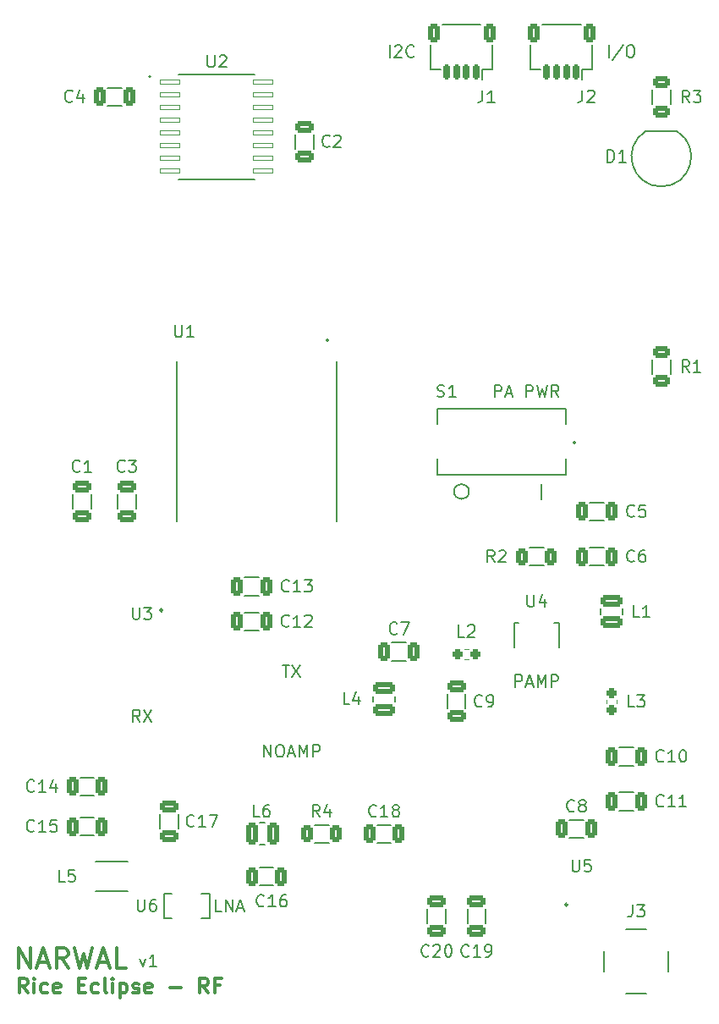
<source format=gto>
G04 #@! TF.GenerationSoftware,KiCad,Pcbnew,(6.0.7)*
G04 #@! TF.CreationDate,2022-12-13T13:41:41-06:00*
G04 #@! TF.ProjectId,Narwal_v1,4e617277-616c-45f7-9631-2e6b69636164,1*
G04 #@! TF.SameCoordinates,Original*
G04 #@! TF.FileFunction,Legend,Top*
G04 #@! TF.FilePolarity,Positive*
%FSLAX46Y46*%
G04 Gerber Fmt 4.6, Leading zero omitted, Abs format (unit mm)*
G04 Created by KiCad (PCBNEW (6.0.7)) date 2022-12-13 13:41:41*
%MOMM*%
%LPD*%
G01*
G04 APERTURE LIST*
G04 Aperture macros list*
%AMRoundRect*
0 Rectangle with rounded corners*
0 $1 Rounding radius*
0 $2 $3 $4 $5 $6 $7 $8 $9 X,Y pos of 4 corners*
0 Add a 4 corners polygon primitive as box body*
4,1,4,$2,$3,$4,$5,$6,$7,$8,$9,$2,$3,0*
0 Add four circle primitives for the rounded corners*
1,1,$1+$1,$2,$3*
1,1,$1+$1,$4,$5*
1,1,$1+$1,$6,$7*
1,1,$1+$1,$8,$9*
0 Add four rect primitives between the rounded corners*
20,1,$1+$1,$2,$3,$4,$5,0*
20,1,$1+$1,$4,$5,$6,$7,0*
20,1,$1+$1,$6,$7,$8,$9,0*
20,1,$1+$1,$8,$9,$2,$3,0*%
%AMFreePoly0*
4,1,11,0.965200,2.159000,0.965200,-0.254000,0.457200,-0.762000,0.457200,-2.667000,-0.457200,-2.667000,-0.457200,-0.762000,-0.965200,-0.254000,-0.965200,2.159000,-0.457200,2.667000,0.457200,2.667000,0.965200,2.159000,0.965200,2.159000,$1*%
G04 Aperture macros list end*
%ADD10C,0.200000*%
%ADD11C,0.300000*%
%ADD12C,0.180000*%
%ADD13C,0.215000*%
%ADD14C,0.120000*%
%ADD15C,0.010000*%
%ADD16RoundRect,0.250000X-0.312500X-0.625000X0.312500X-0.625000X0.312500X0.625000X-0.312500X0.625000X0*%
%ADD17R,1.800000X1.800000*%
%ADD18C,1.800000*%
%ADD19R,0.850000X0.250000*%
%ADD20R,0.250000X0.850000*%
%ADD21R,2.700000X2.700000*%
%ADD22RoundRect,0.237500X-0.237500X0.287500X-0.237500X-0.287500X0.237500X-0.287500X0.237500X0.287500X0*%
%ADD23RoundRect,0.237500X-0.287500X-0.237500X0.287500X-0.237500X0.287500X0.237500X-0.287500X0.237500X0*%
%ADD24RoundRect,0.250000X-0.850000X0.375000X-0.850000X-0.375000X0.850000X-0.375000X0.850000X0.375000X0*%
%ADD25C,5.000000*%
%ADD26RoundRect,0.250000X0.650000X-0.325000X0.650000X0.325000X-0.650000X0.325000X-0.650000X-0.325000X0*%
%ADD27RoundRect,0.250000X0.312500X0.625000X-0.312500X0.625000X-0.312500X-0.625000X0.312500X-0.625000X0*%
%ADD28R,2.775000X2.775000*%
%ADD29C,2.775000*%
%ADD30RoundRect,0.250000X-0.325000X-0.650000X0.325000X-0.650000X0.325000X0.650000X-0.325000X0.650000X0*%
%ADD31RoundRect,0.250000X0.350000X0.650000X-0.350000X0.650000X-0.350000X-0.650000X0.350000X-0.650000X0*%
%ADD32RoundRect,0.150000X0.150000X0.625000X-0.150000X0.625000X-0.150000X-0.625000X0.150000X-0.625000X0*%
%ADD33R,1.524000X1.524000*%
%ADD34C,1.524000*%
%ADD35RoundRect,0.250000X-0.650000X0.325000X-0.650000X-0.325000X0.650000X-0.325000X0.650000X0.325000X0*%
%ADD36R,0.610000X1.350000*%
%ADD37RoundRect,0.041300X-0.983700X-0.253700X0.983700X-0.253700X0.983700X0.253700X-0.983700X0.253700X0*%
%ADD38RoundRect,0.250000X-0.625000X0.312500X-0.625000X-0.312500X0.625000X-0.312500X0.625000X0.312500X0*%
%ADD39RoundRect,0.250000X0.325000X0.650000X-0.325000X0.650000X-0.325000X-0.650000X0.325000X-0.650000X0*%
%ADD40C,1.508000*%
%ADD41C,1.920000*%
%ADD42R,1.200000X2.800000*%
%ADD43RoundRect,0.250000X0.625000X-0.312500X0.625000X0.312500X-0.625000X0.312500X-0.625000X-0.312500X0*%
%ADD44RoundRect,0.250000X-0.375000X-0.850000X0.375000X-0.850000X0.375000X0.850000X-0.375000X0.850000X0*%
%ADD45R,0.711200X1.498600*%
%ADD46FreePoly0,180.000000*%
G04 APERTURE END LIST*
D10*
X132728571Y-124542857D02*
X132728571Y-123342857D01*
X133414285Y-124542857D01*
X133414285Y-123342857D01*
X134214285Y-123342857D02*
X134442857Y-123342857D01*
X134557142Y-123400000D01*
X134671428Y-123514285D01*
X134728571Y-123742857D01*
X134728571Y-124142857D01*
X134671428Y-124371428D01*
X134557142Y-124485714D01*
X134442857Y-124542857D01*
X134214285Y-124542857D01*
X134100000Y-124485714D01*
X133985714Y-124371428D01*
X133928571Y-124142857D01*
X133928571Y-123742857D01*
X133985714Y-123514285D01*
X134100000Y-123400000D01*
X134214285Y-123342857D01*
X135185714Y-124200000D02*
X135757142Y-124200000D01*
X135071428Y-124542857D02*
X135471428Y-123342857D01*
X135871428Y-124542857D01*
X136271428Y-124542857D02*
X136271428Y-123342857D01*
X136671428Y-124200000D01*
X137071428Y-123342857D01*
X137071428Y-124542857D01*
X137642857Y-124542857D02*
X137642857Y-123342857D01*
X138100000Y-123342857D01*
X138214285Y-123400000D01*
X138271428Y-123457142D01*
X138328571Y-123571428D01*
X138328571Y-123742857D01*
X138271428Y-123857142D01*
X138214285Y-123914285D01*
X138100000Y-123971428D01*
X137642857Y-123971428D01*
X120300000Y-121042857D02*
X119900000Y-120471428D01*
X119614285Y-121042857D02*
X119614285Y-119842857D01*
X120071428Y-119842857D01*
X120185714Y-119900000D01*
X120242857Y-119957142D01*
X120300000Y-120071428D01*
X120300000Y-120242857D01*
X120242857Y-120357142D01*
X120185714Y-120414285D01*
X120071428Y-120471428D01*
X119614285Y-120471428D01*
X120700000Y-119842857D02*
X121500000Y-121042857D01*
X121500000Y-119842857D02*
X120700000Y-121042857D01*
X134585714Y-115342857D02*
X135271428Y-115342857D01*
X134928571Y-116542857D02*
X134928571Y-115342857D01*
X135557142Y-115342857D02*
X136357142Y-116542857D01*
X136357142Y-115342857D02*
X135557142Y-116542857D01*
X155828571Y-88542857D02*
X155828571Y-87342857D01*
X156285714Y-87342857D01*
X156400000Y-87400000D01*
X156457142Y-87457142D01*
X156514285Y-87571428D01*
X156514285Y-87742857D01*
X156457142Y-87857142D01*
X156400000Y-87914285D01*
X156285714Y-87971428D01*
X155828571Y-87971428D01*
X156971428Y-88200000D02*
X157542857Y-88200000D01*
X156857142Y-88542857D02*
X157257142Y-87342857D01*
X157657142Y-88542857D01*
X158971428Y-88542857D02*
X158971428Y-87342857D01*
X159428571Y-87342857D01*
X159542857Y-87400000D01*
X159600000Y-87457142D01*
X159657142Y-87571428D01*
X159657142Y-87742857D01*
X159600000Y-87857142D01*
X159542857Y-87914285D01*
X159428571Y-87971428D01*
X158971428Y-87971428D01*
X160057142Y-87342857D02*
X160342857Y-88542857D01*
X160571428Y-87685714D01*
X160800000Y-88542857D01*
X161085714Y-87342857D01*
X162228571Y-88542857D02*
X161828571Y-87971428D01*
X161542857Y-88542857D02*
X161542857Y-87342857D01*
X162000000Y-87342857D01*
X162114285Y-87400000D01*
X162171428Y-87457142D01*
X162228571Y-87571428D01*
X162228571Y-87742857D01*
X162171428Y-87857142D01*
X162114285Y-87914285D01*
X162000000Y-87971428D01*
X161542857Y-87971428D01*
X128478571Y-140042857D02*
X127907142Y-140042857D01*
X127907142Y-138842857D01*
X128878571Y-140042857D02*
X128878571Y-138842857D01*
X129564285Y-140042857D01*
X129564285Y-138842857D01*
X130078571Y-139700000D02*
X130650000Y-139700000D01*
X129964285Y-140042857D02*
X130364285Y-138842857D01*
X130764285Y-140042857D01*
X157885714Y-117542857D02*
X157885714Y-116342857D01*
X158342857Y-116342857D01*
X158457142Y-116400000D01*
X158514285Y-116457142D01*
X158571428Y-116571428D01*
X158571428Y-116742857D01*
X158514285Y-116857142D01*
X158457142Y-116914285D01*
X158342857Y-116971428D01*
X157885714Y-116971428D01*
X159028571Y-117200000D02*
X159600000Y-117200000D01*
X158914285Y-117542857D02*
X159314285Y-116342857D01*
X159714285Y-117542857D01*
X160114285Y-117542857D02*
X160114285Y-116342857D01*
X160514285Y-117200000D01*
X160914285Y-116342857D01*
X160914285Y-117542857D01*
X161485714Y-117542857D02*
X161485714Y-116342857D01*
X161942857Y-116342857D01*
X162057142Y-116400000D01*
X162114285Y-116457142D01*
X162171428Y-116571428D01*
X162171428Y-116742857D01*
X162114285Y-116857142D01*
X162057142Y-116914285D01*
X161942857Y-116971428D01*
X161485714Y-116971428D01*
X160500000Y-97250000D02*
X160500000Y-98750000D01*
X153250000Y-98000000D02*
G75*
G03*
X153250000Y-98000000I-750000J0D01*
G01*
X120301428Y-144742857D02*
X120587142Y-145542857D01*
X120872857Y-144742857D01*
X121958571Y-145542857D02*
X121272857Y-145542857D01*
X121615714Y-145542857D02*
X121615714Y-144342857D01*
X121501428Y-144514285D01*
X121387142Y-144628571D01*
X121272857Y-144685714D01*
D11*
X108171190Y-145654761D02*
X108171190Y-143654761D01*
X109314047Y-145654761D01*
X109314047Y-143654761D01*
X110171190Y-145083333D02*
X111123571Y-145083333D01*
X109980714Y-145654761D02*
X110647380Y-143654761D01*
X111314047Y-145654761D01*
X113123571Y-145654761D02*
X112456904Y-144702380D01*
X111980714Y-145654761D02*
X111980714Y-143654761D01*
X112742619Y-143654761D01*
X112933095Y-143750000D01*
X113028333Y-143845238D01*
X113123571Y-144035714D01*
X113123571Y-144321428D01*
X113028333Y-144511904D01*
X112933095Y-144607142D01*
X112742619Y-144702380D01*
X111980714Y-144702380D01*
X113790238Y-143654761D02*
X114266428Y-145654761D01*
X114647380Y-144226190D01*
X115028333Y-145654761D01*
X115504523Y-143654761D01*
X116171190Y-145083333D02*
X117123571Y-145083333D01*
X115980714Y-145654761D02*
X116647380Y-143654761D01*
X117314047Y-145654761D01*
X118933095Y-145654761D02*
X117980714Y-145654761D01*
X117980714Y-143654761D01*
X109084285Y-148178571D02*
X108584285Y-147464285D01*
X108227142Y-148178571D02*
X108227142Y-146678571D01*
X108798571Y-146678571D01*
X108941428Y-146750000D01*
X109012857Y-146821428D01*
X109084285Y-146964285D01*
X109084285Y-147178571D01*
X109012857Y-147321428D01*
X108941428Y-147392857D01*
X108798571Y-147464285D01*
X108227142Y-147464285D01*
X109727142Y-148178571D02*
X109727142Y-147178571D01*
X109727142Y-146678571D02*
X109655714Y-146750000D01*
X109727142Y-146821428D01*
X109798571Y-146750000D01*
X109727142Y-146678571D01*
X109727142Y-146821428D01*
X111084285Y-148107142D02*
X110941428Y-148178571D01*
X110655714Y-148178571D01*
X110512857Y-148107142D01*
X110441428Y-148035714D01*
X110370000Y-147892857D01*
X110370000Y-147464285D01*
X110441428Y-147321428D01*
X110512857Y-147250000D01*
X110655714Y-147178571D01*
X110941428Y-147178571D01*
X111084285Y-147250000D01*
X112298571Y-148107142D02*
X112155714Y-148178571D01*
X111870000Y-148178571D01*
X111727142Y-148107142D01*
X111655714Y-147964285D01*
X111655714Y-147392857D01*
X111727142Y-147250000D01*
X111870000Y-147178571D01*
X112155714Y-147178571D01*
X112298571Y-147250000D01*
X112370000Y-147392857D01*
X112370000Y-147535714D01*
X111655714Y-147678571D01*
X114155714Y-147392857D02*
X114655714Y-147392857D01*
X114870000Y-148178571D02*
X114155714Y-148178571D01*
X114155714Y-146678571D01*
X114870000Y-146678571D01*
X116155714Y-148107142D02*
X116012857Y-148178571D01*
X115727142Y-148178571D01*
X115584285Y-148107142D01*
X115512857Y-148035714D01*
X115441428Y-147892857D01*
X115441428Y-147464285D01*
X115512857Y-147321428D01*
X115584285Y-147250000D01*
X115727142Y-147178571D01*
X116012857Y-147178571D01*
X116155714Y-147250000D01*
X117012857Y-148178571D02*
X116870000Y-148107142D01*
X116798571Y-147964285D01*
X116798571Y-146678571D01*
X117584285Y-148178571D02*
X117584285Y-147178571D01*
X117584285Y-146678571D02*
X117512857Y-146750000D01*
X117584285Y-146821428D01*
X117655714Y-146750000D01*
X117584285Y-146678571D01*
X117584285Y-146821428D01*
X118298571Y-147178571D02*
X118298571Y-148678571D01*
X118298571Y-147250000D02*
X118441428Y-147178571D01*
X118727142Y-147178571D01*
X118870000Y-147250000D01*
X118941428Y-147321428D01*
X119012857Y-147464285D01*
X119012857Y-147892857D01*
X118941428Y-148035714D01*
X118870000Y-148107142D01*
X118727142Y-148178571D01*
X118441428Y-148178571D01*
X118298571Y-148107142D01*
X119584285Y-148107142D02*
X119727142Y-148178571D01*
X120012857Y-148178571D01*
X120155714Y-148107142D01*
X120227142Y-147964285D01*
X120227142Y-147892857D01*
X120155714Y-147750000D01*
X120012857Y-147678571D01*
X119798571Y-147678571D01*
X119655714Y-147607142D01*
X119584285Y-147464285D01*
X119584285Y-147392857D01*
X119655714Y-147250000D01*
X119798571Y-147178571D01*
X120012857Y-147178571D01*
X120155714Y-147250000D01*
X121441428Y-148107142D02*
X121298571Y-148178571D01*
X121012857Y-148178571D01*
X120870000Y-148107142D01*
X120798571Y-147964285D01*
X120798571Y-147392857D01*
X120870000Y-147250000D01*
X121012857Y-147178571D01*
X121298571Y-147178571D01*
X121441428Y-147250000D01*
X121512857Y-147392857D01*
X121512857Y-147535714D01*
X120798571Y-147678571D01*
X123298571Y-147607142D02*
X124441428Y-147607142D01*
X127155714Y-148178571D02*
X126655714Y-147464285D01*
X126298571Y-148178571D02*
X126298571Y-146678571D01*
X126870000Y-146678571D01*
X127012857Y-146750000D01*
X127084285Y-146821428D01*
X127155714Y-146964285D01*
X127155714Y-147178571D01*
X127084285Y-147321428D01*
X127012857Y-147392857D01*
X126870000Y-147464285D01*
X126298571Y-147464285D01*
X128298571Y-147392857D02*
X127798571Y-147392857D01*
X127798571Y-148178571D02*
X127798571Y-146678571D01*
X128512857Y-146678571D01*
D10*
X138300000Y-130542857D02*
X137900000Y-129971428D01*
X137614285Y-130542857D02*
X137614285Y-129342857D01*
X138071428Y-129342857D01*
X138185714Y-129400000D01*
X138242857Y-129457142D01*
X138300000Y-129571428D01*
X138300000Y-129742857D01*
X138242857Y-129857142D01*
X138185714Y-129914285D01*
X138071428Y-129971428D01*
X137614285Y-129971428D01*
X139328571Y-129742857D02*
X139328571Y-130542857D01*
X139042857Y-129285714D02*
X138757142Y-130142857D01*
X139500000Y-130142857D01*
X167114285Y-65037857D02*
X167114285Y-63837857D01*
X167400000Y-63837857D01*
X167571428Y-63895000D01*
X167685714Y-64009285D01*
X167742857Y-64123571D01*
X167800000Y-64352142D01*
X167800000Y-64523571D01*
X167742857Y-64752142D01*
X167685714Y-64866428D01*
X167571428Y-64980714D01*
X167400000Y-65037857D01*
X167114285Y-65037857D01*
X168942857Y-65037857D02*
X168257142Y-65037857D01*
X168600000Y-65037857D02*
X168600000Y-63837857D01*
X168485714Y-64009285D01*
X168371428Y-64123571D01*
X168257142Y-64180714D01*
X119585714Y-109592857D02*
X119585714Y-110564285D01*
X119642857Y-110678571D01*
X119700000Y-110735714D01*
X119814285Y-110792857D01*
X120042857Y-110792857D01*
X120157142Y-110735714D01*
X120214285Y-110678571D01*
X120271428Y-110564285D01*
X120271428Y-109592857D01*
X120728571Y-109592857D02*
X121471428Y-109592857D01*
X121071428Y-110050000D01*
X121242857Y-110050000D01*
X121357142Y-110107142D01*
X121414285Y-110164285D01*
X121471428Y-110278571D01*
X121471428Y-110564285D01*
X121414285Y-110678571D01*
X121357142Y-110735714D01*
X121242857Y-110792857D01*
X120900000Y-110792857D01*
X120785714Y-110735714D01*
X120728571Y-110678571D01*
X163585714Y-134842857D02*
X163585714Y-135814285D01*
X163642857Y-135928571D01*
X163700000Y-135985714D01*
X163814285Y-136042857D01*
X164042857Y-136042857D01*
X164157142Y-135985714D01*
X164214285Y-135928571D01*
X164271428Y-135814285D01*
X164271428Y-134842857D01*
X165414285Y-134842857D02*
X164842857Y-134842857D01*
X164785714Y-135414285D01*
X164842857Y-135357142D01*
X164957142Y-135300000D01*
X165242857Y-135300000D01*
X165357142Y-135357142D01*
X165414285Y-135414285D01*
X165471428Y-135528571D01*
X165471428Y-135814285D01*
X165414285Y-135928571D01*
X165357142Y-135985714D01*
X165242857Y-136042857D01*
X164957142Y-136042857D01*
X164842857Y-135985714D01*
X164785714Y-135928571D01*
X169800000Y-119542857D02*
X169228571Y-119542857D01*
X169228571Y-118342857D01*
X170085714Y-118342857D02*
X170828571Y-118342857D01*
X170428571Y-118800000D01*
X170600000Y-118800000D01*
X170714285Y-118857142D01*
X170771428Y-118914285D01*
X170828571Y-119028571D01*
X170828571Y-119314285D01*
X170771428Y-119428571D01*
X170714285Y-119485714D01*
X170600000Y-119542857D01*
X170257142Y-119542857D01*
X170142857Y-119485714D01*
X170085714Y-119428571D01*
X152800000Y-112542857D02*
X152228571Y-112542857D01*
X152228571Y-111342857D01*
X153142857Y-111457142D02*
X153200000Y-111400000D01*
X153314285Y-111342857D01*
X153600000Y-111342857D01*
X153714285Y-111400000D01*
X153771428Y-111457142D01*
X153828571Y-111571428D01*
X153828571Y-111685714D01*
X153771428Y-111857142D01*
X153085714Y-112542857D01*
X153828571Y-112542857D01*
X141300000Y-119292857D02*
X140728571Y-119292857D01*
X140728571Y-118092857D01*
X142214285Y-118492857D02*
X142214285Y-119292857D01*
X141928571Y-118035714D02*
X141642857Y-118892857D01*
X142385714Y-118892857D01*
X125728571Y-131428571D02*
X125671428Y-131485714D01*
X125500000Y-131542857D01*
X125385714Y-131542857D01*
X125214285Y-131485714D01*
X125100000Y-131371428D01*
X125042857Y-131257142D01*
X124985714Y-131028571D01*
X124985714Y-130857142D01*
X125042857Y-130628571D01*
X125100000Y-130514285D01*
X125214285Y-130400000D01*
X125385714Y-130342857D01*
X125500000Y-130342857D01*
X125671428Y-130400000D01*
X125728571Y-130457142D01*
X126871428Y-131542857D02*
X126185714Y-131542857D01*
X126528571Y-131542857D02*
X126528571Y-130342857D01*
X126414285Y-130514285D01*
X126300000Y-130628571D01*
X126185714Y-130685714D01*
X127271428Y-130342857D02*
X128071428Y-130342857D01*
X127557142Y-131542857D01*
X155800000Y-105042857D02*
X155400000Y-104471428D01*
X155114285Y-105042857D02*
X155114285Y-103842857D01*
X155571428Y-103842857D01*
X155685714Y-103900000D01*
X155742857Y-103957142D01*
X155800000Y-104071428D01*
X155800000Y-104242857D01*
X155742857Y-104357142D01*
X155685714Y-104414285D01*
X155571428Y-104471428D01*
X155114285Y-104471428D01*
X156257142Y-103957142D02*
X156314285Y-103900000D01*
X156428571Y-103842857D01*
X156714285Y-103842857D01*
X156828571Y-103900000D01*
X156885714Y-103957142D01*
X156942857Y-104071428D01*
X156942857Y-104185714D01*
X156885714Y-104357142D01*
X156200000Y-105042857D01*
X156942857Y-105042857D01*
X150085714Y-88485714D02*
X150257142Y-88542857D01*
X150542857Y-88542857D01*
X150657142Y-88485714D01*
X150714285Y-88428571D01*
X150771428Y-88314285D01*
X150771428Y-88200000D01*
X150714285Y-88085714D01*
X150657142Y-88028571D01*
X150542857Y-87971428D01*
X150314285Y-87914285D01*
X150200000Y-87857142D01*
X150142857Y-87800000D01*
X150085714Y-87685714D01*
X150085714Y-87571428D01*
X150142857Y-87457142D01*
X150200000Y-87400000D01*
X150314285Y-87342857D01*
X150600000Y-87342857D01*
X150771428Y-87400000D01*
X151914285Y-88542857D02*
X151228571Y-88542857D01*
X151571428Y-88542857D02*
X151571428Y-87342857D01*
X151457142Y-87514285D01*
X151342857Y-87628571D01*
X151228571Y-87685714D01*
X172728571Y-124928571D02*
X172671428Y-124985714D01*
X172500000Y-125042857D01*
X172385714Y-125042857D01*
X172214285Y-124985714D01*
X172100000Y-124871428D01*
X172042857Y-124757142D01*
X171985714Y-124528571D01*
X171985714Y-124357142D01*
X172042857Y-124128571D01*
X172100000Y-124014285D01*
X172214285Y-123900000D01*
X172385714Y-123842857D01*
X172500000Y-123842857D01*
X172671428Y-123900000D01*
X172728571Y-123957142D01*
X173871428Y-125042857D02*
X173185714Y-125042857D01*
X173528571Y-125042857D02*
X173528571Y-123842857D01*
X173414285Y-124014285D01*
X173300000Y-124128571D01*
X173185714Y-124185714D01*
X174614285Y-123842857D02*
X174728571Y-123842857D01*
X174842857Y-123900000D01*
X174900000Y-123957142D01*
X174957142Y-124071428D01*
X175014285Y-124300000D01*
X175014285Y-124585714D01*
X174957142Y-124814285D01*
X174900000Y-124928571D01*
X174842857Y-124985714D01*
X174728571Y-125042857D01*
X174614285Y-125042857D01*
X174500000Y-124985714D01*
X174442857Y-124928571D01*
X174385714Y-124814285D01*
X174328571Y-124585714D01*
X174328571Y-124300000D01*
X174385714Y-124071428D01*
X174442857Y-123957142D01*
X174500000Y-123900000D01*
X174614285Y-123842857D01*
X112800000Y-137042857D02*
X112228571Y-137042857D01*
X112228571Y-135842857D01*
X113771428Y-135842857D02*
X113200000Y-135842857D01*
X113142857Y-136414285D01*
X113200000Y-136357142D01*
X113314285Y-136300000D01*
X113600000Y-136300000D01*
X113714285Y-136357142D01*
X113771428Y-136414285D01*
X113828571Y-136528571D01*
X113828571Y-136814285D01*
X113771428Y-136928571D01*
X113714285Y-136985714D01*
X113600000Y-137042857D01*
X113314285Y-137042857D01*
X113200000Y-136985714D01*
X113142857Y-136928571D01*
X164600000Y-57842857D02*
X164600000Y-58700000D01*
X164542857Y-58871428D01*
X164428571Y-58985714D01*
X164257142Y-59042857D01*
X164142857Y-59042857D01*
X165114285Y-57957142D02*
X165171428Y-57900000D01*
X165285714Y-57842857D01*
X165571428Y-57842857D01*
X165685714Y-57900000D01*
X165742857Y-57957142D01*
X165800000Y-58071428D01*
X165800000Y-58185714D01*
X165742857Y-58357142D01*
X165057142Y-59042857D01*
X165800000Y-59042857D01*
X167242857Y-54542857D02*
X167242857Y-53342857D01*
X168671428Y-53285714D02*
X167642857Y-54828571D01*
X169300000Y-53342857D02*
X169528571Y-53342857D01*
X169642857Y-53400000D01*
X169757142Y-53514285D01*
X169814285Y-53742857D01*
X169814285Y-54142857D01*
X169757142Y-54371428D01*
X169642857Y-54485714D01*
X169528571Y-54542857D01*
X169300000Y-54542857D01*
X169185714Y-54485714D01*
X169071428Y-54371428D01*
X169014285Y-54142857D01*
X169014285Y-53742857D01*
X169071428Y-53514285D01*
X169185714Y-53400000D01*
X169300000Y-53342857D01*
X170300000Y-110542857D02*
X169728571Y-110542857D01*
X169728571Y-109342857D01*
X171328571Y-110542857D02*
X170642857Y-110542857D01*
X170985714Y-110542857D02*
X170985714Y-109342857D01*
X170871428Y-109514285D01*
X170757142Y-109628571D01*
X170642857Y-109685714D01*
X153228571Y-144428571D02*
X153171428Y-144485714D01*
X153000000Y-144542857D01*
X152885714Y-144542857D01*
X152714285Y-144485714D01*
X152600000Y-144371428D01*
X152542857Y-144257142D01*
X152485714Y-144028571D01*
X152485714Y-143857142D01*
X152542857Y-143628571D01*
X152600000Y-143514285D01*
X152714285Y-143400000D01*
X152885714Y-143342857D01*
X153000000Y-143342857D01*
X153171428Y-143400000D01*
X153228571Y-143457142D01*
X154371428Y-144542857D02*
X153685714Y-144542857D01*
X154028571Y-144542857D02*
X154028571Y-143342857D01*
X153914285Y-143514285D01*
X153800000Y-143628571D01*
X153685714Y-143685714D01*
X154942857Y-144542857D02*
X155171428Y-144542857D01*
X155285714Y-144485714D01*
X155342857Y-144428571D01*
X155457142Y-144257142D01*
X155514285Y-144028571D01*
X155514285Y-143571428D01*
X155457142Y-143457142D01*
X155400000Y-143400000D01*
X155285714Y-143342857D01*
X155057142Y-143342857D01*
X154942857Y-143400000D01*
X154885714Y-143457142D01*
X154828571Y-143571428D01*
X154828571Y-143857142D01*
X154885714Y-143971428D01*
X154942857Y-144028571D01*
X155057142Y-144085714D01*
X155285714Y-144085714D01*
X155400000Y-144028571D01*
X155457142Y-143971428D01*
X155514285Y-143857142D01*
X159085714Y-108342857D02*
X159085714Y-109314285D01*
X159142857Y-109428571D01*
X159200000Y-109485714D01*
X159314285Y-109542857D01*
X159542857Y-109542857D01*
X159657142Y-109485714D01*
X159714285Y-109428571D01*
X159771428Y-109314285D01*
X159771428Y-108342857D01*
X160857142Y-108742857D02*
X160857142Y-109542857D01*
X160571428Y-108285714D02*
X160285714Y-109142857D01*
X161028571Y-109142857D01*
X149228571Y-144428571D02*
X149171428Y-144485714D01*
X149000000Y-144542857D01*
X148885714Y-144542857D01*
X148714285Y-144485714D01*
X148600000Y-144371428D01*
X148542857Y-144257142D01*
X148485714Y-144028571D01*
X148485714Y-143857142D01*
X148542857Y-143628571D01*
X148600000Y-143514285D01*
X148714285Y-143400000D01*
X148885714Y-143342857D01*
X149000000Y-143342857D01*
X149171428Y-143400000D01*
X149228571Y-143457142D01*
X149685714Y-143457142D02*
X149742857Y-143400000D01*
X149857142Y-143342857D01*
X150142857Y-143342857D01*
X150257142Y-143400000D01*
X150314285Y-143457142D01*
X150371428Y-143571428D01*
X150371428Y-143685714D01*
X150314285Y-143857142D01*
X149628571Y-144542857D01*
X150371428Y-144542857D01*
X151114285Y-143342857D02*
X151228571Y-143342857D01*
X151342857Y-143400000D01*
X151400000Y-143457142D01*
X151457142Y-143571428D01*
X151514285Y-143800000D01*
X151514285Y-144085714D01*
X151457142Y-144314285D01*
X151400000Y-144428571D01*
X151342857Y-144485714D01*
X151228571Y-144542857D01*
X151114285Y-144542857D01*
X151000000Y-144485714D01*
X150942857Y-144428571D01*
X150885714Y-144314285D01*
X150828571Y-144085714D01*
X150828571Y-143800000D01*
X150885714Y-143571428D01*
X150942857Y-143457142D01*
X151000000Y-143400000D01*
X151114285Y-143342857D01*
X135228571Y-107928571D02*
X135171428Y-107985714D01*
X135000000Y-108042857D01*
X134885714Y-108042857D01*
X134714285Y-107985714D01*
X134600000Y-107871428D01*
X134542857Y-107757142D01*
X134485714Y-107528571D01*
X134485714Y-107357142D01*
X134542857Y-107128571D01*
X134600000Y-107014285D01*
X134714285Y-106900000D01*
X134885714Y-106842857D01*
X135000000Y-106842857D01*
X135171428Y-106900000D01*
X135228571Y-106957142D01*
X136371428Y-108042857D02*
X135685714Y-108042857D01*
X136028571Y-108042857D02*
X136028571Y-106842857D01*
X135914285Y-107014285D01*
X135800000Y-107128571D01*
X135685714Y-107185714D01*
X136771428Y-106842857D02*
X137514285Y-106842857D01*
X137114285Y-107300000D01*
X137285714Y-107300000D01*
X137400000Y-107357142D01*
X137457142Y-107414285D01*
X137514285Y-107528571D01*
X137514285Y-107814285D01*
X137457142Y-107928571D01*
X137400000Y-107985714D01*
X137285714Y-108042857D01*
X136942857Y-108042857D01*
X136828571Y-107985714D01*
X136771428Y-107928571D01*
X118800000Y-95928571D02*
X118742857Y-95985714D01*
X118571428Y-96042857D01*
X118457142Y-96042857D01*
X118285714Y-95985714D01*
X118171428Y-95871428D01*
X118114285Y-95757142D01*
X118057142Y-95528571D01*
X118057142Y-95357142D01*
X118114285Y-95128571D01*
X118171428Y-95014285D01*
X118285714Y-94900000D01*
X118457142Y-94842857D01*
X118571428Y-94842857D01*
X118742857Y-94900000D01*
X118800000Y-94957142D01*
X119200000Y-94842857D02*
X119942857Y-94842857D01*
X119542857Y-95300000D01*
X119714285Y-95300000D01*
X119828571Y-95357142D01*
X119885714Y-95414285D01*
X119942857Y-95528571D01*
X119942857Y-95814285D01*
X119885714Y-95928571D01*
X119828571Y-95985714D01*
X119714285Y-96042857D01*
X119371428Y-96042857D01*
X119257142Y-95985714D01*
X119200000Y-95928571D01*
X135228571Y-111428571D02*
X135171428Y-111485714D01*
X135000000Y-111542857D01*
X134885714Y-111542857D01*
X134714285Y-111485714D01*
X134600000Y-111371428D01*
X134542857Y-111257142D01*
X134485714Y-111028571D01*
X134485714Y-110857142D01*
X134542857Y-110628571D01*
X134600000Y-110514285D01*
X134714285Y-110400000D01*
X134885714Y-110342857D01*
X135000000Y-110342857D01*
X135171428Y-110400000D01*
X135228571Y-110457142D01*
X136371428Y-111542857D02*
X135685714Y-111542857D01*
X136028571Y-111542857D02*
X136028571Y-110342857D01*
X135914285Y-110514285D01*
X135800000Y-110628571D01*
X135685714Y-110685714D01*
X136828571Y-110457142D02*
X136885714Y-110400000D01*
X137000000Y-110342857D01*
X137285714Y-110342857D01*
X137400000Y-110400000D01*
X137457142Y-110457142D01*
X137514285Y-110571428D01*
X137514285Y-110685714D01*
X137457142Y-110857142D01*
X136771428Y-111542857D01*
X137514285Y-111542857D01*
X113550000Y-58928571D02*
X113492857Y-58985714D01*
X113321428Y-59042857D01*
X113207142Y-59042857D01*
X113035714Y-58985714D01*
X112921428Y-58871428D01*
X112864285Y-58757142D01*
X112807142Y-58528571D01*
X112807142Y-58357142D01*
X112864285Y-58128571D01*
X112921428Y-58014285D01*
X113035714Y-57900000D01*
X113207142Y-57842857D01*
X113321428Y-57842857D01*
X113492857Y-57900000D01*
X113550000Y-57957142D01*
X114578571Y-58242857D02*
X114578571Y-59042857D01*
X114292857Y-57785714D02*
X114007142Y-58642857D01*
X114750000Y-58642857D01*
X127085714Y-54342857D02*
X127085714Y-55314285D01*
X127142857Y-55428571D01*
X127200000Y-55485714D01*
X127314285Y-55542857D01*
X127542857Y-55542857D01*
X127657142Y-55485714D01*
X127714285Y-55428571D01*
X127771428Y-55314285D01*
X127771428Y-54342857D01*
X128285714Y-54457142D02*
X128342857Y-54400000D01*
X128457142Y-54342857D01*
X128742857Y-54342857D01*
X128857142Y-54400000D01*
X128914285Y-54457142D01*
X128971428Y-54571428D01*
X128971428Y-54685714D01*
X128914285Y-54857142D01*
X128228571Y-55542857D01*
X128971428Y-55542857D01*
X143978571Y-130428571D02*
X143921428Y-130485714D01*
X143750000Y-130542857D01*
X143635714Y-130542857D01*
X143464285Y-130485714D01*
X143350000Y-130371428D01*
X143292857Y-130257142D01*
X143235714Y-130028571D01*
X143235714Y-129857142D01*
X143292857Y-129628571D01*
X143350000Y-129514285D01*
X143464285Y-129400000D01*
X143635714Y-129342857D01*
X143750000Y-129342857D01*
X143921428Y-129400000D01*
X143978571Y-129457142D01*
X145121428Y-130542857D02*
X144435714Y-130542857D01*
X144778571Y-130542857D02*
X144778571Y-129342857D01*
X144664285Y-129514285D01*
X144550000Y-129628571D01*
X144435714Y-129685714D01*
X145807142Y-129857142D02*
X145692857Y-129800000D01*
X145635714Y-129742857D01*
X145578571Y-129628571D01*
X145578571Y-129571428D01*
X145635714Y-129457142D01*
X145692857Y-129400000D01*
X145807142Y-129342857D01*
X146035714Y-129342857D01*
X146150000Y-129400000D01*
X146207142Y-129457142D01*
X146264285Y-129571428D01*
X146264285Y-129628571D01*
X146207142Y-129742857D01*
X146150000Y-129800000D01*
X146035714Y-129857142D01*
X145807142Y-129857142D01*
X145692857Y-129914285D01*
X145635714Y-129971428D01*
X145578571Y-130085714D01*
X145578571Y-130314285D01*
X145635714Y-130428571D01*
X145692857Y-130485714D01*
X145807142Y-130542857D01*
X146035714Y-130542857D01*
X146150000Y-130485714D01*
X146207142Y-130428571D01*
X146264285Y-130314285D01*
X146264285Y-130085714D01*
X146207142Y-129971428D01*
X146150000Y-129914285D01*
X146035714Y-129857142D01*
X146050000Y-112178571D02*
X145992857Y-112235714D01*
X145821428Y-112292857D01*
X145707142Y-112292857D01*
X145535714Y-112235714D01*
X145421428Y-112121428D01*
X145364285Y-112007142D01*
X145307142Y-111778571D01*
X145307142Y-111607142D01*
X145364285Y-111378571D01*
X145421428Y-111264285D01*
X145535714Y-111150000D01*
X145707142Y-111092857D01*
X145821428Y-111092857D01*
X145992857Y-111150000D01*
X146050000Y-111207142D01*
X146450000Y-111092857D02*
X147250000Y-111092857D01*
X146735714Y-112292857D01*
X175300000Y-86042857D02*
X174900000Y-85471428D01*
X174614285Y-86042857D02*
X174614285Y-84842857D01*
X175071428Y-84842857D01*
X175185714Y-84900000D01*
X175242857Y-84957142D01*
X175300000Y-85071428D01*
X175300000Y-85242857D01*
X175242857Y-85357142D01*
X175185714Y-85414285D01*
X175071428Y-85471428D01*
X174614285Y-85471428D01*
X176442857Y-86042857D02*
X175757142Y-86042857D01*
X176100000Y-86042857D02*
X176100000Y-84842857D01*
X175985714Y-85014285D01*
X175871428Y-85128571D01*
X175757142Y-85185714D01*
X139300000Y-63428571D02*
X139242857Y-63485714D01*
X139071428Y-63542857D01*
X138957142Y-63542857D01*
X138785714Y-63485714D01*
X138671428Y-63371428D01*
X138614285Y-63257142D01*
X138557142Y-63028571D01*
X138557142Y-62857142D01*
X138614285Y-62628571D01*
X138671428Y-62514285D01*
X138785714Y-62400000D01*
X138957142Y-62342857D01*
X139071428Y-62342857D01*
X139242857Y-62400000D01*
X139300000Y-62457142D01*
X139757142Y-62457142D02*
X139814285Y-62400000D01*
X139928571Y-62342857D01*
X140214285Y-62342857D01*
X140328571Y-62400000D01*
X140385714Y-62457142D01*
X140442857Y-62571428D01*
X140442857Y-62685714D01*
X140385714Y-62857142D01*
X139700000Y-63542857D01*
X140442857Y-63542857D01*
X132728571Y-139428571D02*
X132671428Y-139485714D01*
X132500000Y-139542857D01*
X132385714Y-139542857D01*
X132214285Y-139485714D01*
X132100000Y-139371428D01*
X132042857Y-139257142D01*
X131985714Y-139028571D01*
X131985714Y-138857142D01*
X132042857Y-138628571D01*
X132100000Y-138514285D01*
X132214285Y-138400000D01*
X132385714Y-138342857D01*
X132500000Y-138342857D01*
X132671428Y-138400000D01*
X132728571Y-138457142D01*
X133871428Y-139542857D02*
X133185714Y-139542857D01*
X133528571Y-139542857D02*
X133528571Y-138342857D01*
X133414285Y-138514285D01*
X133300000Y-138628571D01*
X133185714Y-138685714D01*
X134900000Y-138342857D02*
X134671428Y-138342857D01*
X134557142Y-138400000D01*
X134500000Y-138457142D01*
X134385714Y-138628571D01*
X134328571Y-138857142D01*
X134328571Y-139314285D01*
X134385714Y-139428571D01*
X134442857Y-139485714D01*
X134557142Y-139542857D01*
X134785714Y-139542857D01*
X134900000Y-139485714D01*
X134957142Y-139428571D01*
X135014285Y-139314285D01*
X135014285Y-139028571D01*
X134957142Y-138914285D01*
X134900000Y-138857142D01*
X134785714Y-138800000D01*
X134557142Y-138800000D01*
X134442857Y-138857142D01*
X134385714Y-138914285D01*
X134328571Y-139028571D01*
X109728571Y-127928571D02*
X109671428Y-127985714D01*
X109500000Y-128042857D01*
X109385714Y-128042857D01*
X109214285Y-127985714D01*
X109100000Y-127871428D01*
X109042857Y-127757142D01*
X108985714Y-127528571D01*
X108985714Y-127357142D01*
X109042857Y-127128571D01*
X109100000Y-127014285D01*
X109214285Y-126900000D01*
X109385714Y-126842857D01*
X109500000Y-126842857D01*
X109671428Y-126900000D01*
X109728571Y-126957142D01*
X110871428Y-128042857D02*
X110185714Y-128042857D01*
X110528571Y-128042857D02*
X110528571Y-126842857D01*
X110414285Y-127014285D01*
X110300000Y-127128571D01*
X110185714Y-127185714D01*
X111900000Y-127242857D02*
X111900000Y-128042857D01*
X111614285Y-126785714D02*
X111328571Y-127642857D01*
X112071428Y-127642857D01*
X169800000Y-100428571D02*
X169742857Y-100485714D01*
X169571428Y-100542857D01*
X169457142Y-100542857D01*
X169285714Y-100485714D01*
X169171428Y-100371428D01*
X169114285Y-100257142D01*
X169057142Y-100028571D01*
X169057142Y-99857142D01*
X169114285Y-99628571D01*
X169171428Y-99514285D01*
X169285714Y-99400000D01*
X169457142Y-99342857D01*
X169571428Y-99342857D01*
X169742857Y-99400000D01*
X169800000Y-99457142D01*
X170885714Y-99342857D02*
X170314285Y-99342857D01*
X170257142Y-99914285D01*
X170314285Y-99857142D01*
X170428571Y-99800000D01*
X170714285Y-99800000D01*
X170828571Y-99857142D01*
X170885714Y-99914285D01*
X170942857Y-100028571D01*
X170942857Y-100314285D01*
X170885714Y-100428571D01*
X170828571Y-100485714D01*
X170714285Y-100542857D01*
X170428571Y-100542857D01*
X170314285Y-100485714D01*
X170257142Y-100428571D01*
X169600000Y-139342857D02*
X169600000Y-140200000D01*
X169542857Y-140371428D01*
X169428571Y-140485714D01*
X169257142Y-140542857D01*
X169142857Y-140542857D01*
X170057142Y-139342857D02*
X170800000Y-139342857D01*
X170400000Y-139800000D01*
X170571428Y-139800000D01*
X170685714Y-139857142D01*
X170742857Y-139914285D01*
X170800000Y-140028571D01*
X170800000Y-140314285D01*
X170742857Y-140428571D01*
X170685714Y-140485714D01*
X170571428Y-140542857D01*
X170228571Y-140542857D01*
X170114285Y-140485714D01*
X170057142Y-140428571D01*
X114300000Y-95928571D02*
X114242857Y-95985714D01*
X114071428Y-96042857D01*
X113957142Y-96042857D01*
X113785714Y-95985714D01*
X113671428Y-95871428D01*
X113614285Y-95757142D01*
X113557142Y-95528571D01*
X113557142Y-95357142D01*
X113614285Y-95128571D01*
X113671428Y-95014285D01*
X113785714Y-94900000D01*
X113957142Y-94842857D01*
X114071428Y-94842857D01*
X114242857Y-94900000D01*
X114300000Y-94957142D01*
X115442857Y-96042857D02*
X114757142Y-96042857D01*
X115100000Y-96042857D02*
X115100000Y-94842857D01*
X114985714Y-95014285D01*
X114871428Y-95128571D01*
X114757142Y-95185714D01*
X123835714Y-81342857D02*
X123835714Y-82314285D01*
X123892857Y-82428571D01*
X123950000Y-82485714D01*
X124064285Y-82542857D01*
X124292857Y-82542857D01*
X124407142Y-82485714D01*
X124464285Y-82428571D01*
X124521428Y-82314285D01*
X124521428Y-81342857D01*
X125721428Y-82542857D02*
X125035714Y-82542857D01*
X125378571Y-82542857D02*
X125378571Y-81342857D01*
X125264285Y-81514285D01*
X125150000Y-81628571D01*
X125035714Y-81685714D01*
X163800000Y-129928571D02*
X163742857Y-129985714D01*
X163571428Y-130042857D01*
X163457142Y-130042857D01*
X163285714Y-129985714D01*
X163171428Y-129871428D01*
X163114285Y-129757142D01*
X163057142Y-129528571D01*
X163057142Y-129357142D01*
X163114285Y-129128571D01*
X163171428Y-129014285D01*
X163285714Y-128900000D01*
X163457142Y-128842857D01*
X163571428Y-128842857D01*
X163742857Y-128900000D01*
X163800000Y-128957142D01*
X164485714Y-129357142D02*
X164371428Y-129300000D01*
X164314285Y-129242857D01*
X164257142Y-129128571D01*
X164257142Y-129071428D01*
X164314285Y-128957142D01*
X164371428Y-128900000D01*
X164485714Y-128842857D01*
X164714285Y-128842857D01*
X164828571Y-128900000D01*
X164885714Y-128957142D01*
X164942857Y-129071428D01*
X164942857Y-129128571D01*
X164885714Y-129242857D01*
X164828571Y-129300000D01*
X164714285Y-129357142D01*
X164485714Y-129357142D01*
X164371428Y-129414285D01*
X164314285Y-129471428D01*
X164257142Y-129585714D01*
X164257142Y-129814285D01*
X164314285Y-129928571D01*
X164371428Y-129985714D01*
X164485714Y-130042857D01*
X164714285Y-130042857D01*
X164828571Y-129985714D01*
X164885714Y-129928571D01*
X164942857Y-129814285D01*
X164942857Y-129585714D01*
X164885714Y-129471428D01*
X164828571Y-129414285D01*
X164714285Y-129357142D01*
X175300000Y-59080357D02*
X174900000Y-58508928D01*
X174614285Y-59080357D02*
X174614285Y-57880357D01*
X175071428Y-57880357D01*
X175185714Y-57937500D01*
X175242857Y-57994642D01*
X175300000Y-58108928D01*
X175300000Y-58280357D01*
X175242857Y-58394642D01*
X175185714Y-58451785D01*
X175071428Y-58508928D01*
X174614285Y-58508928D01*
X175700000Y-57880357D02*
X176442857Y-57880357D01*
X176042857Y-58337500D01*
X176214285Y-58337500D01*
X176328571Y-58394642D01*
X176385714Y-58451785D01*
X176442857Y-58566071D01*
X176442857Y-58851785D01*
X176385714Y-58966071D01*
X176328571Y-59023214D01*
X176214285Y-59080357D01*
X175871428Y-59080357D01*
X175757142Y-59023214D01*
X175700000Y-58966071D01*
X132300000Y-130542857D02*
X131728571Y-130542857D01*
X131728571Y-129342857D01*
X133214285Y-129342857D02*
X132985714Y-129342857D01*
X132871428Y-129400000D01*
X132814285Y-129457142D01*
X132700000Y-129628571D01*
X132642857Y-129857142D01*
X132642857Y-130314285D01*
X132700000Y-130428571D01*
X132757142Y-130485714D01*
X132871428Y-130542857D01*
X133100000Y-130542857D01*
X133214285Y-130485714D01*
X133271428Y-130428571D01*
X133328571Y-130314285D01*
X133328571Y-130028571D01*
X133271428Y-129914285D01*
X133214285Y-129857142D01*
X133100000Y-129800000D01*
X132871428Y-129800000D01*
X132757142Y-129857142D01*
X132700000Y-129914285D01*
X132642857Y-130028571D01*
X154550000Y-119428571D02*
X154492857Y-119485714D01*
X154321428Y-119542857D01*
X154207142Y-119542857D01*
X154035714Y-119485714D01*
X153921428Y-119371428D01*
X153864285Y-119257142D01*
X153807142Y-119028571D01*
X153807142Y-118857142D01*
X153864285Y-118628571D01*
X153921428Y-118514285D01*
X154035714Y-118400000D01*
X154207142Y-118342857D01*
X154321428Y-118342857D01*
X154492857Y-118400000D01*
X154550000Y-118457142D01*
X155121428Y-119542857D02*
X155350000Y-119542857D01*
X155464285Y-119485714D01*
X155521428Y-119428571D01*
X155635714Y-119257142D01*
X155692857Y-119028571D01*
X155692857Y-118571428D01*
X155635714Y-118457142D01*
X155578571Y-118400000D01*
X155464285Y-118342857D01*
X155235714Y-118342857D01*
X155121428Y-118400000D01*
X155064285Y-118457142D01*
X155007142Y-118571428D01*
X155007142Y-118857142D01*
X155064285Y-118971428D01*
X155121428Y-119028571D01*
X155235714Y-119085714D01*
X155464285Y-119085714D01*
X155578571Y-119028571D01*
X155635714Y-118971428D01*
X155692857Y-118857142D01*
X109728571Y-131928571D02*
X109671428Y-131985714D01*
X109500000Y-132042857D01*
X109385714Y-132042857D01*
X109214285Y-131985714D01*
X109100000Y-131871428D01*
X109042857Y-131757142D01*
X108985714Y-131528571D01*
X108985714Y-131357142D01*
X109042857Y-131128571D01*
X109100000Y-131014285D01*
X109214285Y-130900000D01*
X109385714Y-130842857D01*
X109500000Y-130842857D01*
X109671428Y-130900000D01*
X109728571Y-130957142D01*
X110871428Y-132042857D02*
X110185714Y-132042857D01*
X110528571Y-132042857D02*
X110528571Y-130842857D01*
X110414285Y-131014285D01*
X110300000Y-131128571D01*
X110185714Y-131185714D01*
X111957142Y-130842857D02*
X111385714Y-130842857D01*
X111328571Y-131414285D01*
X111385714Y-131357142D01*
X111500000Y-131300000D01*
X111785714Y-131300000D01*
X111900000Y-131357142D01*
X111957142Y-131414285D01*
X112014285Y-131528571D01*
X112014285Y-131814285D01*
X111957142Y-131928571D01*
X111900000Y-131985714D01*
X111785714Y-132042857D01*
X111500000Y-132042857D01*
X111385714Y-131985714D01*
X111328571Y-131928571D01*
X169800000Y-104928571D02*
X169742857Y-104985714D01*
X169571428Y-105042857D01*
X169457142Y-105042857D01*
X169285714Y-104985714D01*
X169171428Y-104871428D01*
X169114285Y-104757142D01*
X169057142Y-104528571D01*
X169057142Y-104357142D01*
X169114285Y-104128571D01*
X169171428Y-104014285D01*
X169285714Y-103900000D01*
X169457142Y-103842857D01*
X169571428Y-103842857D01*
X169742857Y-103900000D01*
X169800000Y-103957142D01*
X170828571Y-103842857D02*
X170600000Y-103842857D01*
X170485714Y-103900000D01*
X170428571Y-103957142D01*
X170314285Y-104128571D01*
X170257142Y-104357142D01*
X170257142Y-104814285D01*
X170314285Y-104928571D01*
X170371428Y-104985714D01*
X170485714Y-105042857D01*
X170714285Y-105042857D01*
X170828571Y-104985714D01*
X170885714Y-104928571D01*
X170942857Y-104814285D01*
X170942857Y-104528571D01*
X170885714Y-104414285D01*
X170828571Y-104357142D01*
X170714285Y-104300000D01*
X170485714Y-104300000D01*
X170371428Y-104357142D01*
X170314285Y-104414285D01*
X170257142Y-104528571D01*
X172728571Y-129428571D02*
X172671428Y-129485714D01*
X172500000Y-129542857D01*
X172385714Y-129542857D01*
X172214285Y-129485714D01*
X172100000Y-129371428D01*
X172042857Y-129257142D01*
X171985714Y-129028571D01*
X171985714Y-128857142D01*
X172042857Y-128628571D01*
X172100000Y-128514285D01*
X172214285Y-128400000D01*
X172385714Y-128342857D01*
X172500000Y-128342857D01*
X172671428Y-128400000D01*
X172728571Y-128457142D01*
X173871428Y-129542857D02*
X173185714Y-129542857D01*
X173528571Y-129542857D02*
X173528571Y-128342857D01*
X173414285Y-128514285D01*
X173300000Y-128628571D01*
X173185714Y-128685714D01*
X175014285Y-129542857D02*
X174328571Y-129542857D01*
X174671428Y-129542857D02*
X174671428Y-128342857D01*
X174557142Y-128514285D01*
X174442857Y-128628571D01*
X174328571Y-128685714D01*
X120085714Y-138782657D02*
X120085714Y-139754085D01*
X120142857Y-139868371D01*
X120200000Y-139925514D01*
X120314285Y-139982657D01*
X120542857Y-139982657D01*
X120657142Y-139925514D01*
X120714285Y-139868371D01*
X120771428Y-139754085D01*
X120771428Y-138782657D01*
X121857142Y-138782657D02*
X121628571Y-138782657D01*
X121514285Y-138839800D01*
X121457142Y-138896942D01*
X121342857Y-139068371D01*
X121285714Y-139296942D01*
X121285714Y-139754085D01*
X121342857Y-139868371D01*
X121400000Y-139925514D01*
X121514285Y-139982657D01*
X121742857Y-139982657D01*
X121857142Y-139925514D01*
X121914285Y-139868371D01*
X121971428Y-139754085D01*
X121971428Y-139468371D01*
X121914285Y-139354085D01*
X121857142Y-139296942D01*
X121742857Y-139239800D01*
X121514285Y-139239800D01*
X121400000Y-139296942D01*
X121342857Y-139354085D01*
X121285714Y-139468371D01*
X154600000Y-57842857D02*
X154600000Y-58700000D01*
X154542857Y-58871428D01*
X154428571Y-58985714D01*
X154257142Y-59042857D01*
X154142857Y-59042857D01*
X155800000Y-59042857D02*
X155114285Y-59042857D01*
X155457142Y-59042857D02*
X155457142Y-57842857D01*
X155342857Y-58014285D01*
X155228571Y-58128571D01*
X155114285Y-58185714D01*
X145328571Y-54542857D02*
X145328571Y-53342857D01*
X145842857Y-53457142D02*
X145900000Y-53400000D01*
X146014285Y-53342857D01*
X146300000Y-53342857D01*
X146414285Y-53400000D01*
X146471428Y-53457142D01*
X146528571Y-53571428D01*
X146528571Y-53685714D01*
X146471428Y-53857142D01*
X145785714Y-54542857D01*
X146528571Y-54542857D01*
X147728571Y-54428571D02*
X147671428Y-54485714D01*
X147500000Y-54542857D01*
X147385714Y-54542857D01*
X147214285Y-54485714D01*
X147100000Y-54371428D01*
X147042857Y-54257142D01*
X146985714Y-54028571D01*
X146985714Y-53857142D01*
X147042857Y-53628571D01*
X147100000Y-53514285D01*
X147214285Y-53400000D01*
X147385714Y-53342857D01*
X147500000Y-53342857D01*
X147671428Y-53400000D01*
X147728571Y-53457142D01*
D12*
X137772936Y-133160000D02*
X139227064Y-133160000D01*
X137772936Y-131340000D02*
X139227064Y-131340000D01*
X174045000Y-61935000D02*
X170955000Y-61935000D01*
X170955170Y-61935000D02*
G75*
G03*
X172500462Y-67485000I1544830J-2560000D01*
G01*
X172499538Y-67485000D02*
G75*
G03*
X174044830Y-61935000I462J2990000D01*
G01*
D13*
X122567500Y-109865000D02*
G75*
G03*
X122567500Y-109865000I-107500J0D01*
G01*
X163107500Y-139345000D02*
G75*
G03*
X163107500Y-139345000I-107500J0D01*
G01*
D14*
X166990000Y-118828733D02*
X166990000Y-119171267D01*
X168010000Y-118828733D02*
X168010000Y-119171267D01*
X152828733Y-114760000D02*
X153171267Y-114760000D01*
X152828733Y-113740000D02*
X153171267Y-113740000D01*
D12*
X145860000Y-118488748D02*
X145860000Y-119011252D01*
X143640000Y-118488748D02*
X143640000Y-119011252D01*
X122340000Y-131711252D02*
X122340000Y-130288748D01*
X124160000Y-131711252D02*
X124160000Y-130288748D01*
X160727064Y-103590000D02*
X159272936Y-103590000D01*
X160727064Y-105410000D02*
X159272936Y-105410000D01*
X150075000Y-91250000D02*
X150075000Y-89700000D01*
X162925000Y-96300000D02*
X150075000Y-96300000D01*
X150075000Y-89700000D02*
X162925000Y-89700000D01*
X150075000Y-96300000D02*
X150075000Y-94750000D01*
X162925000Y-89700000D02*
X162925000Y-91250000D01*
X162925000Y-94750000D02*
X162925000Y-96300000D01*
X163900000Y-93100000D02*
G75*
G03*
X163900000Y-93100000I-100000J0D01*
G01*
X168263748Y-125410000D02*
X169686252Y-125410000D01*
X168263748Y-123590000D02*
X169686252Y-123590000D01*
X115900000Y-135000000D02*
X119100000Y-135000000D01*
X119100000Y-138000000D02*
X115900000Y-138000000D01*
X159390000Y-55785000D02*
X160440000Y-55785000D01*
X165610000Y-55785000D02*
X164560000Y-55785000D01*
X164440000Y-51315000D02*
X160560000Y-51315000D01*
X165610000Y-53285000D02*
X165610000Y-55785000D01*
X164560000Y-55785000D02*
X164560000Y-56775000D01*
X159390000Y-53285000D02*
X159390000Y-55785000D01*
X168610000Y-109738748D02*
X168610000Y-110261252D01*
X166390000Y-109738748D02*
X166390000Y-110261252D01*
X153090000Y-139763748D02*
X153090000Y-141186252D01*
X154910000Y-139763748D02*
X154910000Y-141186252D01*
X162250000Y-113594000D02*
X162250000Y-113594000D01*
X162250000Y-111154000D02*
X161750000Y-111154000D01*
X157755000Y-113594000D02*
X157755000Y-113594000D01*
X157755000Y-111154000D02*
X157755000Y-113594000D01*
X162250000Y-113594000D02*
X162250000Y-111154000D01*
X157755000Y-111154000D02*
X158250000Y-111154000D01*
X150910000Y-139763748D02*
X150910000Y-141186252D01*
X149090000Y-139763748D02*
X149090000Y-141186252D01*
X130788748Y-108410000D02*
X132211252Y-108410000D01*
X130788748Y-106590000D02*
X132211252Y-106590000D01*
X119910000Y-99711252D02*
X119910000Y-98288748D01*
X118090000Y-99711252D02*
X118090000Y-98288748D01*
X130788748Y-110090000D02*
X132211252Y-110090000D01*
X130788748Y-111910000D02*
X132211252Y-111910000D01*
X117038748Y-57590000D02*
X118461252Y-57590000D01*
X117038748Y-59410000D02*
X118461252Y-59410000D01*
X124200000Y-66750000D02*
X131800000Y-66750000D01*
X124200000Y-56250000D02*
X131800000Y-56250000D01*
X121395000Y-56465000D02*
G75*
G03*
X121395000Y-56465000I-100000J0D01*
G01*
X144038748Y-133160000D02*
X145461252Y-133160000D01*
X144038748Y-131340000D02*
X145461252Y-131340000D01*
X145538748Y-113090000D02*
X146961252Y-113090000D01*
X145538748Y-114910000D02*
X146961252Y-114910000D01*
X171590000Y-84772936D02*
X171590000Y-86227064D01*
X173410000Y-84772936D02*
X173410000Y-86227064D01*
X135865000Y-62288748D02*
X135865000Y-63711252D01*
X137685000Y-62288748D02*
X137685000Y-63711252D01*
X133686252Y-137410000D02*
X132263748Y-137410000D01*
X133686252Y-135590000D02*
X132263748Y-135590000D01*
X115736252Y-126590000D02*
X114313748Y-126590000D01*
X115736252Y-128410000D02*
X114313748Y-128410000D01*
X166736252Y-99090000D02*
X165313748Y-99090000D01*
X166736252Y-100910000D02*
X165313748Y-100910000D01*
X166800000Y-146000000D02*
X166800000Y-144000000D01*
X169000000Y-141800000D02*
X171000000Y-141800000D01*
X173200000Y-144000000D02*
X173200000Y-146000000D01*
X171000000Y-148200000D02*
X169000000Y-148200000D01*
X113590000Y-99711252D02*
X113590000Y-98288748D01*
X115410000Y-99711252D02*
X115410000Y-98288748D01*
X124000000Y-101000000D02*
X124000000Y-85000000D01*
X140000000Y-85000000D02*
X140000000Y-101000000D01*
X139165000Y-82865000D02*
G75*
G03*
X139165000Y-82865000I-100000J0D01*
G01*
X164711252Y-132660000D02*
X163288748Y-132660000D01*
X164711252Y-130840000D02*
X163288748Y-130840000D01*
X171590000Y-59264564D02*
X171590000Y-57810436D01*
X173410000Y-59264564D02*
X173410000Y-57810436D01*
X132313748Y-133360000D02*
X132836252Y-133360000D01*
X132313748Y-131140000D02*
X132836252Y-131140000D01*
X151090000Y-118288748D02*
X151090000Y-119711252D01*
X152910000Y-118288748D02*
X152910000Y-119711252D01*
X115736252Y-130590000D02*
X114313748Y-130590000D01*
X115736252Y-132410000D02*
X114313748Y-132410000D01*
X166736252Y-105410000D02*
X165313748Y-105410000D01*
X166736252Y-103590000D02*
X165313748Y-103590000D01*
X168263748Y-128090000D02*
X169686252Y-128090000D01*
X168263748Y-129910000D02*
X169686252Y-129910000D01*
X122714000Y-140659000D02*
X122714000Y-138220600D01*
X122714000Y-138220600D02*
X123500000Y-138220600D01*
X127311400Y-138246000D02*
X126500000Y-138246000D01*
X127311400Y-140684400D02*
X126500000Y-140684400D01*
X127311400Y-140684400D02*
X127311400Y-138246000D01*
X123500000Y-140659000D02*
X122714000Y-140659000D01*
X155610000Y-53285000D02*
X155610000Y-55785000D01*
X149390000Y-55785000D02*
X150440000Y-55785000D01*
X154560000Y-55785000D02*
X154560000Y-56775000D01*
X149390000Y-53285000D02*
X149390000Y-55785000D01*
X155610000Y-55785000D02*
X154560000Y-55785000D01*
X154440000Y-51315000D02*
X150560000Y-51315000D01*
%LPC*%
G36*
X116950000Y-137600000D02*
G01*
X115750000Y-137600000D01*
X115750000Y-137100000D01*
X114650000Y-137100000D01*
X114650000Y-135900000D01*
X115750000Y-135900000D01*
X115750000Y-135400000D01*
X116950000Y-135400000D01*
X116950000Y-137600000D01*
G37*
D15*
X116950000Y-137600000D02*
X115750000Y-137600000D01*
X115750000Y-137100000D01*
X114650000Y-137100000D01*
X114650000Y-135900000D01*
X115750000Y-135900000D01*
X115750000Y-135400000D01*
X116950000Y-135400000D01*
X116950000Y-137600000D01*
G36*
X119250000Y-135900000D02*
G01*
X120350000Y-135900000D01*
X120350000Y-137100000D01*
X119250000Y-137100000D01*
X119250000Y-137600000D01*
X118050000Y-137600000D01*
X118050000Y-135400000D01*
X119250000Y-135400000D01*
X119250000Y-135900000D01*
G37*
X119250000Y-135900000D02*
X120350000Y-135900000D01*
X120350000Y-137100000D01*
X119250000Y-137100000D01*
X119250000Y-137600000D01*
X118050000Y-137600000D01*
X118050000Y-135400000D01*
X119250000Y-135400000D01*
X119250000Y-135900000D01*
G36*
X161292500Y-110633830D02*
G01*
X161292500Y-113294000D01*
X160824269Y-113294000D01*
X160492500Y-113627330D01*
X160492500Y-115169000D01*
X159512500Y-115169000D01*
X159512500Y-113627330D01*
X159180731Y-113294000D01*
X158712500Y-113294000D01*
X158712500Y-110633830D01*
X159075131Y-110274000D01*
X160929869Y-110274000D01*
X161292500Y-110633830D01*
G37*
X161292500Y-110633830D02*
X161292500Y-113294000D01*
X160824269Y-113294000D01*
X160492500Y-113627330D01*
X160492500Y-115169000D01*
X159512500Y-115169000D01*
X159512500Y-113627330D01*
X159180731Y-113294000D01*
X158712500Y-113294000D01*
X158712500Y-110633830D01*
X159075131Y-110274000D01*
X160929869Y-110274000D01*
X161292500Y-110633830D01*
G36*
X126092200Y-138195200D02*
G01*
X126092200Y-140735200D01*
X125584200Y-141243200D01*
X124441200Y-141243200D01*
X123933200Y-140735200D01*
X123933200Y-138195200D01*
X124441200Y-137687200D01*
X125584200Y-137687200D01*
X126092200Y-138195200D01*
G37*
D16*
X137037500Y-132250000D03*
X139962500Y-132250000D03*
D17*
X172500000Y-63225000D03*
D18*
X172500000Y-65765000D03*
D19*
X123050000Y-111250000D03*
X123050000Y-111750000D03*
X123050000Y-112250000D03*
X123050000Y-112750000D03*
X123050000Y-113250000D03*
X123050000Y-113750000D03*
D20*
X123750000Y-114450000D03*
X124250000Y-114450000D03*
X124750000Y-114450000D03*
X125250000Y-114450000D03*
X125750000Y-114450000D03*
X126250000Y-114450000D03*
D19*
X126950000Y-113750000D03*
X126950000Y-113250000D03*
X126950000Y-112750000D03*
X126950000Y-112250000D03*
X126950000Y-111750000D03*
X126950000Y-111250000D03*
D20*
X126250000Y-110550000D03*
X125750000Y-110550000D03*
X125250000Y-110550000D03*
X124750000Y-110550000D03*
X124250000Y-110550000D03*
X123750000Y-110550000D03*
D21*
X125000000Y-112500000D03*
D19*
X161950000Y-138500000D03*
X161950000Y-138000000D03*
X161950000Y-137500000D03*
X161950000Y-137000000D03*
X161950000Y-136500000D03*
X161950000Y-136000000D03*
D20*
X161250000Y-135300000D03*
X160750000Y-135300000D03*
X160250000Y-135300000D03*
X159750000Y-135300000D03*
X159250000Y-135300000D03*
X158750000Y-135300000D03*
D19*
X158050000Y-136000000D03*
X158050000Y-136500000D03*
X158050000Y-137000000D03*
X158050000Y-137500000D03*
X158050000Y-138000000D03*
X158050000Y-138500000D03*
D20*
X158750000Y-139200000D03*
X159250000Y-139200000D03*
X159750000Y-139200000D03*
X160250000Y-139200000D03*
X160750000Y-139200000D03*
X161250000Y-139200000D03*
D21*
X160000000Y-137250000D03*
D22*
X167500000Y-118125000D03*
X167500000Y-119875000D03*
D23*
X152125000Y-114250000D03*
X153875000Y-114250000D03*
D24*
X144750000Y-117675000D03*
X144750000Y-119825000D03*
D25*
X103500000Y-53500000D03*
D26*
X123250000Y-132475000D03*
X123250000Y-129525000D03*
D25*
X181500000Y-53500000D03*
D27*
X158537500Y-104500000D03*
X161462500Y-104500000D03*
D25*
X181500000Y-146500000D03*
D28*
X161200000Y-93000000D03*
D29*
X156500000Y-93000000D03*
X151800000Y-93000000D03*
D30*
X167500000Y-124500000D03*
X170450000Y-124500000D03*
D31*
X159700000Y-52125000D03*
X165300000Y-52125000D03*
D32*
X161000000Y-56000000D03*
X162000000Y-56000000D03*
X163000000Y-56000000D03*
X164000000Y-56000000D03*
D24*
X167500000Y-108925000D03*
X167500000Y-111075000D03*
D33*
X108370000Y-76270000D03*
D34*
X108370000Y-73730000D03*
X110910000Y-76270000D03*
X110910000Y-73730000D03*
X113450000Y-76270000D03*
X113450000Y-73730000D03*
X115990000Y-76270000D03*
X115990000Y-73730000D03*
X118530000Y-76270000D03*
X118530000Y-73730000D03*
X121070000Y-76270000D03*
X121070000Y-73730000D03*
X123610000Y-76270000D03*
X123610000Y-73730000D03*
X126150000Y-76270000D03*
X126150000Y-73730000D03*
X128690000Y-76270000D03*
X128690000Y-73730000D03*
X131230000Y-76270000D03*
X131230000Y-73730000D03*
X133770000Y-76270000D03*
X133770000Y-73730000D03*
X136310000Y-76270000D03*
X136310000Y-73730000D03*
X138850000Y-76270000D03*
X138850000Y-73730000D03*
X141390000Y-76270000D03*
X141390000Y-73730000D03*
X143930000Y-76270000D03*
X143930000Y-73730000D03*
X146470000Y-76270000D03*
X146470000Y-73730000D03*
X149010000Y-76270000D03*
X149010000Y-73730000D03*
X151550000Y-76270000D03*
X151550000Y-73730000D03*
X154090000Y-76270000D03*
X154090000Y-73730000D03*
X156630000Y-76270000D03*
X156630000Y-73730000D03*
D35*
X154000000Y-139000000D03*
X154000000Y-141950000D03*
D36*
X158507500Y-114394000D03*
X161497500Y-114394000D03*
D35*
X150000000Y-141950000D03*
X150000000Y-139000000D03*
D30*
X130025000Y-107500000D03*
X132975000Y-107500000D03*
D26*
X119000000Y-100475000D03*
X119000000Y-97525000D03*
D30*
X130025000Y-111000000D03*
X132975000Y-111000000D03*
X116275000Y-58500000D03*
X119225000Y-58500000D03*
D37*
X123345000Y-57055000D03*
X123345000Y-58325000D03*
X123345000Y-59595000D03*
X123345000Y-60865000D03*
X123345000Y-62135000D03*
X123345000Y-63405000D03*
X123345000Y-64675000D03*
X123345000Y-65945000D03*
X132655000Y-65945000D03*
X132655000Y-64675000D03*
X132655000Y-63405000D03*
X132655000Y-62135000D03*
X132655000Y-60865000D03*
X132655000Y-59595000D03*
X132655000Y-58325000D03*
X132655000Y-57055000D03*
D30*
X143275000Y-132250000D03*
X146225000Y-132250000D03*
X144775000Y-114000000D03*
X147725000Y-114000000D03*
D38*
X172500000Y-86962500D03*
X172500000Y-84037500D03*
D35*
X136775000Y-61525000D03*
X136775000Y-64475000D03*
D25*
X103500000Y-146500000D03*
D39*
X131500000Y-136500000D03*
X134450000Y-136500000D03*
X116500000Y-127500000D03*
X113550000Y-127500000D03*
X167500000Y-100000000D03*
X164550000Y-100000000D03*
D40*
X170000000Y-145000000D03*
D41*
X167600000Y-142600000D03*
X167600000Y-147400000D03*
X172400000Y-147400000D03*
X172400000Y-142600000D03*
D26*
X114500000Y-100475000D03*
X114500000Y-97525000D03*
D42*
X139000000Y-85000000D03*
X137000000Y-85000000D03*
X135000000Y-85000000D03*
X133000000Y-85000000D03*
X131000000Y-85000000D03*
X129000000Y-85000000D03*
X127000000Y-85000000D03*
X125000000Y-85000000D03*
X125000000Y-101000000D03*
X127000000Y-101000000D03*
X129000000Y-101000000D03*
X131000000Y-101000000D03*
X133000000Y-101000000D03*
X135000000Y-101000000D03*
X137000000Y-101000000D03*
X139000000Y-101000000D03*
D39*
X165475000Y-131750000D03*
X162525000Y-131750000D03*
D43*
X172500000Y-57075000D03*
X172500000Y-60000000D03*
D44*
X131500000Y-132250000D03*
X133650000Y-132250000D03*
D35*
X152000000Y-117525000D03*
X152000000Y-120475000D03*
D39*
X116500000Y-131500000D03*
X113550000Y-131500000D03*
X167500000Y-104500000D03*
X164550000Y-104500000D03*
D30*
X167500000Y-129000000D03*
X170450000Y-129000000D03*
D45*
X126498600Y-136595000D03*
D46*
X125000000Y-138500000D03*
D45*
X123501400Y-136595000D03*
D32*
X154000000Y-56000000D03*
X153000000Y-56000000D03*
X152000000Y-56000000D03*
X151000000Y-56000000D03*
D31*
X149700000Y-52125000D03*
X155300000Y-52125000D03*
M02*

</source>
